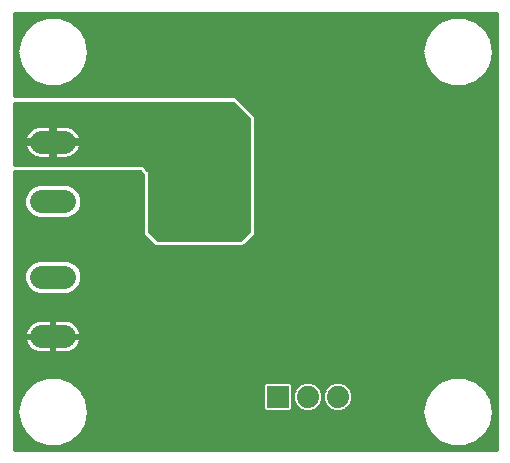
<source format=gbl>
G75*
%MOIN*%
%OFA0B0*%
%FSLAX25Y25*%
%IPPOS*%
%LPD*%
%AMOC8*
5,1,8,0,0,1.08239X$1,22.5*
%
%ADD10C,0.07800*%
%ADD11R,0.07400X0.07400*%
%ADD12C,0.07400*%
%ADD13C,0.01000*%
%ADD14C,0.03378*%
%ADD15C,0.01600*%
D10*
X0050033Y0057371D02*
X0057833Y0057371D01*
X0057833Y0077171D02*
X0050033Y0077171D01*
X0050033Y0102371D02*
X0057833Y0102371D01*
X0057833Y0122171D02*
X0050033Y0122171D01*
D11*
X0128933Y0037212D03*
D12*
X0138933Y0037212D03*
X0148933Y0037212D03*
D13*
X0040933Y0019271D02*
X0040933Y0112271D01*
X0082898Y0112271D01*
X0083933Y0111236D01*
X0083933Y0091774D01*
X0084314Y0090855D01*
X0085017Y0090152D01*
X0087517Y0087652D01*
X0088436Y0087271D01*
X0116930Y0087271D01*
X0117849Y0087652D01*
X0118552Y0088355D01*
X0121052Y0090855D01*
X0121433Y0091774D01*
X0121433Y0130269D01*
X0121052Y0131187D01*
X0115349Y0136891D01*
X0114430Y0137271D01*
X0041589Y0137271D01*
X0041250Y0137314D01*
X0041096Y0137271D01*
X0040936Y0137271D01*
X0040933Y0137270D01*
X0040933Y0165232D01*
X0201884Y0165232D01*
X0201884Y0019271D01*
X0040933Y0019271D01*
X0040933Y0020267D02*
X0201884Y0020267D01*
X0201884Y0021265D02*
X0192527Y0021265D01*
X0190973Y0020700D02*
X0194808Y0022096D01*
X0197934Y0024719D01*
X0199974Y0028253D01*
X0200683Y0032271D01*
X0199974Y0036290D01*
X0197934Y0039824D01*
X0194808Y0042447D01*
X0190973Y0043843D01*
X0186893Y0043843D01*
X0183058Y0042447D01*
X0179932Y0039824D01*
X0177892Y0036290D01*
X0177183Y0032271D01*
X0177892Y0028253D01*
X0177892Y0028253D01*
X0179932Y0024719D01*
X0179932Y0024719D01*
X0183058Y0022096D01*
X0186893Y0020700D01*
X0190973Y0020700D01*
X0194808Y0022096D02*
X0194808Y0022096D01*
X0195009Y0022264D02*
X0201884Y0022264D01*
X0201884Y0023262D02*
X0196199Y0023262D01*
X0197389Y0024261D02*
X0201884Y0024261D01*
X0201884Y0025259D02*
X0198246Y0025259D01*
X0197934Y0024719D02*
X0197934Y0024719D01*
X0198823Y0026258D02*
X0201884Y0026258D01*
X0201884Y0027256D02*
X0199399Y0027256D01*
X0199974Y0028253D02*
X0199974Y0028253D01*
X0199975Y0028255D02*
X0201884Y0028255D01*
X0201884Y0029253D02*
X0200151Y0029253D01*
X0200327Y0030252D02*
X0201884Y0030252D01*
X0201884Y0031251D02*
X0200503Y0031251D01*
X0200679Y0032249D02*
X0201884Y0032249D01*
X0201884Y0033248D02*
X0200511Y0033248D01*
X0200335Y0034246D02*
X0201884Y0034246D01*
X0201884Y0035245D02*
X0200159Y0035245D01*
X0199983Y0036243D02*
X0201884Y0036243D01*
X0201884Y0037242D02*
X0199425Y0037242D01*
X0199974Y0036290D02*
X0199974Y0036290D01*
X0198849Y0038240D02*
X0201884Y0038240D01*
X0201884Y0039239D02*
X0198272Y0039239D01*
X0197934Y0039824D02*
X0197934Y0039824D01*
X0197934Y0039824D01*
X0197442Y0040237D02*
X0201884Y0040237D01*
X0201884Y0041236D02*
X0196252Y0041236D01*
X0195062Y0042234D02*
X0201884Y0042234D01*
X0201884Y0043233D02*
X0192650Y0043233D01*
X0194808Y0042447D02*
X0194808Y0042447D01*
X0201884Y0044231D02*
X0040933Y0044231D01*
X0040933Y0043233D02*
X0050216Y0043233D01*
X0051893Y0043843D02*
X0048058Y0042447D01*
X0044932Y0039824D01*
X0042892Y0036290D01*
X0042183Y0032271D01*
X0042892Y0028253D01*
X0042892Y0028253D01*
X0044932Y0024719D01*
X0044932Y0024719D01*
X0048058Y0022096D01*
X0051893Y0020700D01*
X0055973Y0020700D01*
X0059808Y0022096D01*
X0062934Y0024719D01*
X0064974Y0028253D01*
X0065683Y0032271D01*
X0064974Y0036290D01*
X0062934Y0039824D01*
X0059808Y0042447D01*
X0055973Y0043843D01*
X0051893Y0043843D01*
X0048058Y0042447D02*
X0048058Y0042447D01*
X0047804Y0042234D02*
X0040933Y0042234D01*
X0040933Y0041236D02*
X0046614Y0041236D01*
X0045424Y0040237D02*
X0040933Y0040237D01*
X0040933Y0039239D02*
X0044594Y0039239D01*
X0044932Y0039824D02*
X0044932Y0039824D01*
X0044018Y0038240D02*
X0040933Y0038240D01*
X0040933Y0037242D02*
X0043441Y0037242D01*
X0042892Y0036290D02*
X0042892Y0036290D01*
X0042883Y0036243D02*
X0040933Y0036243D01*
X0040933Y0035245D02*
X0042707Y0035245D01*
X0042531Y0034246D02*
X0040933Y0034246D01*
X0040933Y0033248D02*
X0042355Y0033248D01*
X0042183Y0032271D02*
X0042183Y0032271D01*
X0042187Y0032249D02*
X0040933Y0032249D01*
X0040933Y0031251D02*
X0042363Y0031251D01*
X0042539Y0030252D02*
X0040933Y0030252D01*
X0040933Y0029253D02*
X0042715Y0029253D01*
X0042891Y0028255D02*
X0040933Y0028255D01*
X0040933Y0027256D02*
X0043467Y0027256D01*
X0044043Y0026258D02*
X0040933Y0026258D01*
X0040933Y0025259D02*
X0044620Y0025259D01*
X0044932Y0024719D02*
X0044932Y0024719D01*
X0045477Y0024261D02*
X0040933Y0024261D01*
X0040933Y0023262D02*
X0046667Y0023262D01*
X0047857Y0022264D02*
X0040933Y0022264D01*
X0040933Y0021265D02*
X0050339Y0021265D01*
X0048058Y0022096D02*
X0048058Y0022096D01*
X0057527Y0021265D02*
X0185339Y0021265D01*
X0183058Y0022096D02*
X0183058Y0022096D01*
X0182857Y0022264D02*
X0060009Y0022264D01*
X0061199Y0023262D02*
X0181667Y0023262D01*
X0180477Y0024261D02*
X0062389Y0024261D01*
X0062934Y0024719D02*
X0062934Y0024719D01*
X0063246Y0025259D02*
X0179620Y0025259D01*
X0179932Y0024719D02*
X0179932Y0024719D01*
X0179043Y0026258D02*
X0063823Y0026258D01*
X0064399Y0027256D02*
X0178467Y0027256D01*
X0177891Y0028255D02*
X0064975Y0028255D01*
X0064974Y0028253D02*
X0064974Y0028253D01*
X0065151Y0029253D02*
X0177715Y0029253D01*
X0177539Y0030252D02*
X0065327Y0030252D01*
X0065503Y0031251D02*
X0177363Y0031251D01*
X0177187Y0032249D02*
X0065679Y0032249D01*
X0065511Y0033248D02*
X0124133Y0033248D01*
X0124133Y0033057D02*
X0124777Y0032412D01*
X0133089Y0032412D01*
X0133733Y0033057D01*
X0133733Y0041368D01*
X0133089Y0042012D01*
X0124777Y0042012D01*
X0124133Y0041368D01*
X0124133Y0033057D01*
X0124133Y0034246D02*
X0065335Y0034246D01*
X0065159Y0035245D02*
X0124133Y0035245D01*
X0124133Y0036243D02*
X0064983Y0036243D01*
X0064974Y0036290D02*
X0064974Y0036290D01*
X0064425Y0037242D02*
X0124133Y0037242D01*
X0124133Y0038240D02*
X0063849Y0038240D01*
X0063272Y0039239D02*
X0124133Y0039239D01*
X0124133Y0040237D02*
X0062442Y0040237D01*
X0062934Y0039824D02*
X0062934Y0039824D01*
X0062934Y0039824D01*
X0061252Y0041236D02*
X0124133Y0041236D01*
X0133733Y0041236D02*
X0136168Y0041236D01*
X0136214Y0041282D02*
X0134864Y0039931D01*
X0134133Y0038167D01*
X0134133Y0036258D01*
X0134864Y0034493D01*
X0136214Y0033143D01*
X0137978Y0032412D01*
X0139888Y0032412D01*
X0141652Y0033143D01*
X0143002Y0034493D01*
X0143733Y0036258D01*
X0143733Y0038167D01*
X0143002Y0039931D01*
X0141652Y0041282D01*
X0139888Y0042012D01*
X0137978Y0042012D01*
X0136214Y0041282D01*
X0135170Y0040237D02*
X0133733Y0040237D01*
X0133733Y0039239D02*
X0134577Y0039239D01*
X0134163Y0038240D02*
X0133733Y0038240D01*
X0133733Y0037242D02*
X0134133Y0037242D01*
X0134139Y0036243D02*
X0133733Y0036243D01*
X0133733Y0035245D02*
X0134553Y0035245D01*
X0135111Y0034246D02*
X0133733Y0034246D01*
X0133733Y0033248D02*
X0136110Y0033248D01*
X0141757Y0033248D02*
X0146110Y0033248D01*
X0146214Y0033143D02*
X0147978Y0032412D01*
X0149888Y0032412D01*
X0151652Y0033143D01*
X0153002Y0034493D01*
X0153733Y0036258D01*
X0153733Y0038167D01*
X0153002Y0039931D01*
X0151652Y0041282D01*
X0149888Y0042012D01*
X0147978Y0042012D01*
X0146214Y0041282D01*
X0144864Y0039931D01*
X0144133Y0038167D01*
X0144133Y0036258D01*
X0144864Y0034493D01*
X0146214Y0033143D01*
X0145111Y0034246D02*
X0142755Y0034246D01*
X0143313Y0035245D02*
X0144553Y0035245D01*
X0144139Y0036243D02*
X0143727Y0036243D01*
X0143733Y0037242D02*
X0144133Y0037242D01*
X0144163Y0038240D02*
X0143703Y0038240D01*
X0143289Y0039239D02*
X0144577Y0039239D01*
X0145170Y0040237D02*
X0142696Y0040237D01*
X0141698Y0041236D02*
X0146168Y0041236D01*
X0151698Y0041236D02*
X0181614Y0041236D01*
X0182804Y0042234D02*
X0060062Y0042234D01*
X0059808Y0042447D02*
X0059808Y0042447D01*
X0057650Y0043233D02*
X0185216Y0043233D01*
X0183058Y0042447D02*
X0183058Y0042447D01*
X0180424Y0040237D02*
X0152696Y0040237D01*
X0153289Y0039239D02*
X0179594Y0039239D01*
X0179932Y0039824D02*
X0179932Y0039824D01*
X0179018Y0038240D02*
X0153703Y0038240D01*
X0153733Y0037242D02*
X0178441Y0037242D01*
X0177892Y0036290D02*
X0177892Y0036290D01*
X0177883Y0036243D02*
X0153727Y0036243D01*
X0153313Y0035245D02*
X0177707Y0035245D01*
X0177531Y0034246D02*
X0152755Y0034246D01*
X0151757Y0033248D02*
X0177355Y0033248D01*
X0177183Y0032271D02*
X0177183Y0032271D01*
X0201884Y0045230D02*
X0040933Y0045230D01*
X0040933Y0046228D02*
X0201884Y0046228D01*
X0201884Y0047227D02*
X0040933Y0047227D01*
X0040933Y0048225D02*
X0201884Y0048225D01*
X0201884Y0049224D02*
X0040933Y0049224D01*
X0040933Y0050222D02*
X0201884Y0050222D01*
X0201884Y0051221D02*
X0040933Y0051221D01*
X0040933Y0052219D02*
X0048415Y0052219D01*
X0048769Y0052104D02*
X0047960Y0052367D01*
X0047203Y0052753D01*
X0046515Y0053252D01*
X0045914Y0053853D01*
X0045415Y0054541D01*
X0045029Y0055298D01*
X0044766Y0056107D01*
X0044645Y0056871D01*
X0053433Y0056871D01*
X0054433Y0056871D01*
X0054433Y0051971D01*
X0058258Y0051971D01*
X0059098Y0052104D01*
X0059906Y0052367D01*
X0060663Y0052753D01*
X0061351Y0053252D01*
X0061952Y0053853D01*
X0062452Y0054541D01*
X0062837Y0055298D01*
X0063100Y0056107D01*
X0063221Y0056871D01*
X0054433Y0056871D01*
X0054433Y0057871D01*
X0063221Y0057871D01*
X0063100Y0058636D01*
X0062837Y0059444D01*
X0062452Y0060202D01*
X0061952Y0060889D01*
X0061351Y0061490D01*
X0060663Y0061990D01*
X0059906Y0062376D01*
X0059098Y0062638D01*
X0058258Y0062771D01*
X0054433Y0062771D01*
X0054433Y0057871D01*
X0053433Y0057871D01*
X0053433Y0056871D01*
X0053433Y0051971D01*
X0049608Y0051971D01*
X0048769Y0052104D01*
X0046563Y0053218D02*
X0040933Y0053218D01*
X0040933Y0054216D02*
X0045651Y0054216D01*
X0045071Y0055215D02*
X0040933Y0055215D01*
X0040933Y0056213D02*
X0044749Y0056213D01*
X0044645Y0057871D02*
X0053433Y0057871D01*
X0053433Y0062771D01*
X0049608Y0062771D01*
X0048769Y0062638D01*
X0047960Y0062376D01*
X0047203Y0061990D01*
X0046515Y0061490D01*
X0045914Y0060889D01*
X0045415Y0060202D01*
X0045029Y0059444D01*
X0044766Y0058636D01*
X0044645Y0057871D01*
X0044699Y0058210D02*
X0040933Y0058210D01*
X0040933Y0057212D02*
X0053433Y0057212D01*
X0053433Y0058210D02*
X0054433Y0058210D01*
X0054433Y0057212D02*
X0201884Y0057212D01*
X0201884Y0058210D02*
X0063167Y0058210D01*
X0062914Y0059209D02*
X0201884Y0059209D01*
X0201884Y0060207D02*
X0062447Y0060207D01*
X0061635Y0061206D02*
X0201884Y0061206D01*
X0201884Y0062204D02*
X0060242Y0062204D01*
X0054433Y0062204D02*
X0053433Y0062204D01*
X0053433Y0061206D02*
X0054433Y0061206D01*
X0054433Y0060207D02*
X0053433Y0060207D01*
X0053433Y0059209D02*
X0054433Y0059209D01*
X0054433Y0056213D02*
X0053433Y0056213D01*
X0053433Y0055215D02*
X0054433Y0055215D01*
X0054433Y0054216D02*
X0053433Y0054216D01*
X0053433Y0053218D02*
X0054433Y0053218D01*
X0054433Y0052219D02*
X0053433Y0052219D01*
X0059451Y0052219D02*
X0201884Y0052219D01*
X0201884Y0053218D02*
X0061303Y0053218D01*
X0062216Y0054216D02*
X0201884Y0054216D01*
X0201884Y0055215D02*
X0062795Y0055215D01*
X0063117Y0056213D02*
X0201884Y0056213D01*
X0201884Y0063203D02*
X0040933Y0063203D01*
X0040933Y0064201D02*
X0201884Y0064201D01*
X0201884Y0065200D02*
X0040933Y0065200D01*
X0040933Y0066198D02*
X0201884Y0066198D01*
X0201884Y0067197D02*
X0040933Y0067197D01*
X0040933Y0068195D02*
X0201884Y0068195D01*
X0201884Y0069194D02*
X0040933Y0069194D01*
X0040933Y0070192D02*
X0201884Y0070192D01*
X0201884Y0071191D02*
X0040933Y0071191D01*
X0040933Y0072189D02*
X0047427Y0072189D01*
X0046861Y0072424D02*
X0048919Y0071571D01*
X0058947Y0071571D01*
X0061005Y0072424D01*
X0062581Y0073999D01*
X0063433Y0076057D01*
X0063433Y0078285D01*
X0062581Y0080343D01*
X0061005Y0081919D01*
X0058947Y0082771D01*
X0048919Y0082771D01*
X0046861Y0081919D01*
X0045286Y0080343D01*
X0044433Y0078285D01*
X0044433Y0076057D01*
X0045286Y0073999D01*
X0046861Y0072424D01*
X0046097Y0073188D02*
X0040933Y0073188D01*
X0040933Y0074187D02*
X0045208Y0074187D01*
X0044794Y0075185D02*
X0040933Y0075185D01*
X0040933Y0076184D02*
X0044433Y0076184D01*
X0044433Y0077182D02*
X0040933Y0077182D01*
X0040933Y0078181D02*
X0044433Y0078181D01*
X0044803Y0079179D02*
X0040933Y0079179D01*
X0040933Y0080178D02*
X0045217Y0080178D01*
X0046118Y0081176D02*
X0040933Y0081176D01*
X0040933Y0082175D02*
X0047478Y0082175D01*
X0040933Y0083173D02*
X0201884Y0083173D01*
X0201884Y0082175D02*
X0060388Y0082175D01*
X0061748Y0081176D02*
X0201884Y0081176D01*
X0201884Y0080178D02*
X0062649Y0080178D01*
X0063063Y0079179D02*
X0201884Y0079179D01*
X0201884Y0078181D02*
X0063433Y0078181D01*
X0063433Y0077182D02*
X0201884Y0077182D01*
X0201884Y0076184D02*
X0063433Y0076184D01*
X0063072Y0075185D02*
X0201884Y0075185D01*
X0201884Y0074187D02*
X0062658Y0074187D01*
X0061769Y0073188D02*
X0201884Y0073188D01*
X0201884Y0072189D02*
X0060439Y0072189D01*
X0047624Y0062204D02*
X0040933Y0062204D01*
X0040933Y0061206D02*
X0046231Y0061206D01*
X0045419Y0060207D02*
X0040933Y0060207D01*
X0040933Y0059209D02*
X0044952Y0059209D01*
X0040933Y0084172D02*
X0201884Y0084172D01*
X0201884Y0085170D02*
X0040933Y0085170D01*
X0040933Y0086169D02*
X0201884Y0086169D01*
X0201884Y0087167D02*
X0040933Y0087167D01*
X0040933Y0088166D02*
X0087003Y0088166D01*
X0086005Y0089164D02*
X0040933Y0089164D01*
X0040933Y0090163D02*
X0085006Y0090163D01*
X0084187Y0091161D02*
X0040933Y0091161D01*
X0040933Y0092160D02*
X0083933Y0092160D01*
X0083933Y0093158D02*
X0040933Y0093158D01*
X0040933Y0094157D02*
X0083933Y0094157D01*
X0083933Y0095155D02*
X0040933Y0095155D01*
X0040933Y0096154D02*
X0083933Y0096154D01*
X0083933Y0097152D02*
X0059867Y0097152D01*
X0058947Y0096771D02*
X0061005Y0097624D01*
X0062581Y0099199D01*
X0063433Y0101257D01*
X0063433Y0103485D01*
X0062581Y0105543D01*
X0061005Y0107119D01*
X0058947Y0107971D01*
X0048919Y0107971D01*
X0046861Y0107119D01*
X0045286Y0105543D01*
X0044433Y0103485D01*
X0044433Y0101257D01*
X0045286Y0099199D01*
X0046861Y0097624D01*
X0048919Y0096771D01*
X0058947Y0096771D01*
X0061532Y0098151D02*
X0083933Y0098151D01*
X0083933Y0099149D02*
X0062531Y0099149D01*
X0062973Y0100148D02*
X0083933Y0100148D01*
X0083933Y0101146D02*
X0063387Y0101146D01*
X0063433Y0102145D02*
X0083933Y0102145D01*
X0083933Y0103143D02*
X0063433Y0103143D01*
X0063161Y0104142D02*
X0083933Y0104142D01*
X0083933Y0105140D02*
X0062748Y0105140D01*
X0061985Y0106139D02*
X0083933Y0106139D01*
X0083933Y0107137D02*
X0060960Y0107137D01*
X0046906Y0107137D02*
X0040933Y0107137D01*
X0040933Y0106139D02*
X0045881Y0106139D01*
X0045119Y0105140D02*
X0040933Y0105140D01*
X0040933Y0104142D02*
X0044705Y0104142D01*
X0044433Y0103143D02*
X0040933Y0103143D01*
X0040933Y0102145D02*
X0044433Y0102145D01*
X0044479Y0101146D02*
X0040933Y0101146D01*
X0040933Y0100148D02*
X0044893Y0100148D01*
X0045336Y0099149D02*
X0040933Y0099149D01*
X0040933Y0098151D02*
X0046334Y0098151D01*
X0048000Y0097152D02*
X0040933Y0097152D01*
X0040933Y0108136D02*
X0083933Y0108136D01*
X0083933Y0109134D02*
X0040933Y0109134D01*
X0040933Y0110133D02*
X0083933Y0110133D01*
X0083933Y0111131D02*
X0040933Y0111131D01*
X0040933Y0112130D02*
X0083039Y0112130D01*
X0059808Y0142096D02*
X0055973Y0140700D01*
X0051893Y0140700D01*
X0048058Y0142096D01*
X0048058Y0142096D01*
X0044932Y0144719D01*
X0044932Y0144719D01*
X0042892Y0148253D01*
X0042892Y0148253D01*
X0042183Y0152271D01*
X0042183Y0152271D01*
X0042892Y0156290D01*
X0042892Y0156290D01*
X0044932Y0159824D01*
X0044932Y0159824D01*
X0048058Y0162447D01*
X0048058Y0162447D01*
X0051893Y0163843D01*
X0055973Y0163843D01*
X0059808Y0162447D01*
X0059808Y0162447D01*
X0062934Y0159824D01*
X0062934Y0159824D01*
X0062934Y0159824D01*
X0064974Y0156290D01*
X0064974Y0156290D01*
X0065683Y0152271D01*
X0065683Y0152271D01*
X0064974Y0148253D01*
X0064974Y0148253D01*
X0062934Y0144719D01*
X0062934Y0144719D01*
X0059808Y0142096D01*
X0059808Y0142096D01*
X0059780Y0142085D02*
X0183086Y0142085D01*
X0183058Y0142096D02*
X0186893Y0140700D01*
X0190973Y0140700D01*
X0194808Y0142096D01*
X0197934Y0144719D01*
X0199974Y0148253D01*
X0200683Y0152271D01*
X0199974Y0156290D01*
X0197934Y0159824D01*
X0194808Y0162447D01*
X0190973Y0163843D01*
X0186893Y0163843D01*
X0183058Y0162447D01*
X0179932Y0159824D01*
X0177892Y0156290D01*
X0177183Y0152271D01*
X0177892Y0148253D01*
X0177892Y0148253D01*
X0179932Y0144719D01*
X0179932Y0144719D01*
X0183058Y0142096D01*
X0183058Y0142096D01*
X0181880Y0143084D02*
X0060986Y0143084D01*
X0062176Y0144082D02*
X0180690Y0144082D01*
X0179932Y0144719D02*
X0179932Y0144719D01*
X0179723Y0145081D02*
X0063143Y0145081D01*
X0063720Y0146079D02*
X0179146Y0146079D01*
X0178570Y0147078D02*
X0064296Y0147078D01*
X0064873Y0148076D02*
X0177993Y0148076D01*
X0177747Y0149075D02*
X0065119Y0149075D01*
X0065295Y0150073D02*
X0177571Y0150073D01*
X0177395Y0151072D02*
X0065472Y0151072D01*
X0065648Y0152070D02*
X0177219Y0152070D01*
X0177183Y0152271D02*
X0177183Y0152271D01*
X0177324Y0153069D02*
X0065542Y0153069D01*
X0065366Y0154067D02*
X0177500Y0154067D01*
X0177676Y0155066D02*
X0065190Y0155066D01*
X0065014Y0156064D02*
X0177852Y0156064D01*
X0177892Y0156290D02*
X0177892Y0156290D01*
X0178338Y0157063D02*
X0064528Y0157063D01*
X0063952Y0158061D02*
X0178914Y0158061D01*
X0179491Y0159060D02*
X0063375Y0159060D01*
X0062655Y0160058D02*
X0180211Y0160058D01*
X0179932Y0159824D02*
X0179932Y0159824D01*
X0181401Y0161057D02*
X0061465Y0161057D01*
X0060275Y0162055D02*
X0182591Y0162055D01*
X0183058Y0162447D02*
X0183058Y0162447D01*
X0184725Y0163054D02*
X0058141Y0163054D01*
X0049725Y0163054D02*
X0040933Y0163054D01*
X0040933Y0162055D02*
X0047591Y0162055D01*
X0046401Y0161057D02*
X0040933Y0161057D01*
X0040933Y0160058D02*
X0045211Y0160058D01*
X0044491Y0159060D02*
X0040933Y0159060D01*
X0040933Y0158061D02*
X0043914Y0158061D01*
X0043338Y0157063D02*
X0040933Y0157063D01*
X0040933Y0156064D02*
X0042852Y0156064D01*
X0042676Y0155066D02*
X0040933Y0155066D01*
X0040933Y0154067D02*
X0042500Y0154067D01*
X0042324Y0153069D02*
X0040933Y0153069D01*
X0040933Y0152070D02*
X0042219Y0152070D01*
X0042395Y0151072D02*
X0040933Y0151072D01*
X0040933Y0150073D02*
X0042571Y0150073D01*
X0042747Y0149075D02*
X0040933Y0149075D01*
X0040933Y0148076D02*
X0042993Y0148076D01*
X0043570Y0147078D02*
X0040933Y0147078D01*
X0040933Y0146079D02*
X0044146Y0146079D01*
X0044723Y0145081D02*
X0040933Y0145081D01*
X0040933Y0144082D02*
X0045690Y0144082D01*
X0044932Y0144719D02*
X0044932Y0144719D01*
X0046880Y0143084D02*
X0040933Y0143084D01*
X0040933Y0142085D02*
X0048086Y0142085D01*
X0050830Y0141087D02*
X0040933Y0141087D01*
X0040933Y0140088D02*
X0201884Y0140088D01*
X0201884Y0139090D02*
X0040933Y0139090D01*
X0040933Y0138091D02*
X0201884Y0138091D01*
X0201884Y0137093D02*
X0114862Y0137093D01*
X0116146Y0136094D02*
X0201884Y0136094D01*
X0201884Y0135096D02*
X0117144Y0135096D01*
X0118143Y0134097D02*
X0201884Y0134097D01*
X0201884Y0133099D02*
X0119141Y0133099D01*
X0120140Y0132100D02*
X0201884Y0132100D01*
X0201884Y0131102D02*
X0121088Y0131102D01*
X0121433Y0130103D02*
X0201884Y0130103D01*
X0201884Y0129105D02*
X0121433Y0129105D01*
X0121433Y0128106D02*
X0201884Y0128106D01*
X0201884Y0127108D02*
X0121433Y0127108D01*
X0121433Y0126109D02*
X0201884Y0126109D01*
X0201884Y0125111D02*
X0121433Y0125111D01*
X0121433Y0124112D02*
X0201884Y0124112D01*
X0201884Y0123114D02*
X0121433Y0123114D01*
X0121433Y0122115D02*
X0201884Y0122115D01*
X0201884Y0121117D02*
X0121433Y0121117D01*
X0121433Y0120118D02*
X0201884Y0120118D01*
X0201884Y0119120D02*
X0121433Y0119120D01*
X0121433Y0118121D02*
X0201884Y0118121D01*
X0201884Y0117122D02*
X0121433Y0117122D01*
X0121433Y0116124D02*
X0201884Y0116124D01*
X0201884Y0115125D02*
X0121433Y0115125D01*
X0121433Y0114127D02*
X0201884Y0114127D01*
X0201884Y0113128D02*
X0121433Y0113128D01*
X0121433Y0112130D02*
X0201884Y0112130D01*
X0201884Y0111131D02*
X0121433Y0111131D01*
X0121433Y0110133D02*
X0201884Y0110133D01*
X0201884Y0109134D02*
X0121433Y0109134D01*
X0121433Y0108136D02*
X0201884Y0108136D01*
X0201884Y0107137D02*
X0121433Y0107137D01*
X0121433Y0106139D02*
X0201884Y0106139D01*
X0201884Y0105140D02*
X0121433Y0105140D01*
X0121433Y0104142D02*
X0201884Y0104142D01*
X0201884Y0103143D02*
X0121433Y0103143D01*
X0121433Y0102145D02*
X0201884Y0102145D01*
X0201884Y0101146D02*
X0121433Y0101146D01*
X0121433Y0100148D02*
X0201884Y0100148D01*
X0201884Y0099149D02*
X0121433Y0099149D01*
X0121433Y0098151D02*
X0201884Y0098151D01*
X0201884Y0097152D02*
X0121433Y0097152D01*
X0121433Y0096154D02*
X0201884Y0096154D01*
X0201884Y0095155D02*
X0121433Y0095155D01*
X0121433Y0094157D02*
X0201884Y0094157D01*
X0201884Y0093158D02*
X0121433Y0093158D01*
X0121433Y0092160D02*
X0201884Y0092160D01*
X0201884Y0091161D02*
X0121179Y0091161D01*
X0120360Y0090163D02*
X0201884Y0090163D01*
X0201884Y0089164D02*
X0119361Y0089164D01*
X0118552Y0088355D02*
X0118552Y0088355D01*
X0118363Y0088166D02*
X0201884Y0088166D01*
X0201884Y0141087D02*
X0192036Y0141087D01*
X0194780Y0142085D02*
X0201884Y0142085D01*
X0201884Y0143084D02*
X0195986Y0143084D01*
X0194808Y0142096D02*
X0194808Y0142096D01*
X0197176Y0144082D02*
X0201884Y0144082D01*
X0201884Y0145081D02*
X0198143Y0145081D01*
X0197934Y0144719D02*
X0197934Y0144719D01*
X0198720Y0146079D02*
X0201884Y0146079D01*
X0201884Y0147078D02*
X0199296Y0147078D01*
X0199873Y0148076D02*
X0201884Y0148076D01*
X0201884Y0149075D02*
X0200119Y0149075D01*
X0199974Y0148253D02*
X0199974Y0148253D01*
X0200295Y0150073D02*
X0201884Y0150073D01*
X0201884Y0151072D02*
X0200472Y0151072D01*
X0200648Y0152070D02*
X0201884Y0152070D01*
X0201884Y0153069D02*
X0200542Y0153069D01*
X0200366Y0154067D02*
X0201884Y0154067D01*
X0201884Y0155066D02*
X0200190Y0155066D01*
X0200014Y0156064D02*
X0201884Y0156064D01*
X0201884Y0157063D02*
X0199528Y0157063D01*
X0199974Y0156290D02*
X0199974Y0156290D01*
X0198952Y0158061D02*
X0201884Y0158061D01*
X0201884Y0159060D02*
X0198375Y0159060D01*
X0197934Y0159824D02*
X0197934Y0159824D01*
X0197934Y0159824D01*
X0197655Y0160058D02*
X0201884Y0160058D01*
X0201884Y0161057D02*
X0196465Y0161057D01*
X0195275Y0162055D02*
X0201884Y0162055D01*
X0201884Y0163054D02*
X0193141Y0163054D01*
X0194808Y0162447D02*
X0194808Y0162447D01*
X0201884Y0164053D02*
X0040933Y0164053D01*
X0040933Y0165051D02*
X0201884Y0165051D01*
X0185830Y0141087D02*
X0057036Y0141087D01*
D14*
X0071433Y0127271D03*
X0071433Y0119771D03*
X0085183Y0119771D03*
X0085183Y0127271D03*
X0083933Y0142271D03*
X0083933Y0147271D03*
X0083933Y0152271D03*
X0083933Y0157271D03*
X0088933Y0157271D03*
X0093933Y0157271D03*
X0098933Y0157271D03*
X0098933Y0152271D03*
X0098933Y0147271D03*
X0098933Y0142271D03*
X0115183Y0127271D03*
X0115183Y0119771D03*
X0115183Y0112271D03*
X0111433Y0104771D03*
X0106433Y0104771D03*
X0101433Y0104771D03*
X0096433Y0104771D03*
X0091433Y0104771D03*
X0093933Y0097271D03*
X0101433Y0097271D03*
X0108933Y0097271D03*
X0123933Y0102271D03*
X0123933Y0112271D03*
X0141433Y0112271D03*
X0141433Y0102271D03*
X0161433Y0103521D03*
X0161433Y0109771D03*
X0178933Y0096021D03*
X0178933Y0083521D03*
X0178933Y0073521D03*
X0167683Y0076021D03*
X0167683Y0083521D03*
X0155183Y0083521D03*
X0155433Y0076021D03*
X0158933Y0062271D03*
X0168933Y0062271D03*
X0178933Y0057271D03*
X0178933Y0047271D03*
X0193933Y0047271D03*
X0193933Y0057271D03*
X0193933Y0067271D03*
X0193933Y0077271D03*
X0193933Y0087271D03*
X0193933Y0097271D03*
X0193933Y0107271D03*
X0193933Y0117271D03*
X0193933Y0127271D03*
X0193933Y0137271D03*
X0181433Y0132271D03*
X0181433Y0128521D03*
X0177683Y0137271D03*
X0163933Y0132271D03*
X0163933Y0127271D03*
X0158933Y0137271D03*
X0146433Y0132271D03*
X0146433Y0128521D03*
X0143933Y0137271D03*
X0143933Y0152271D03*
X0133933Y0152271D03*
X0118933Y0152271D03*
X0123933Y0137271D03*
X0158933Y0152271D03*
X0073933Y0152271D03*
X0119183Y0073771D03*
X0118933Y0069521D03*
X0111433Y0062271D03*
X0103933Y0062271D03*
X0103933Y0054771D03*
X0096433Y0047271D03*
X0088933Y0047271D03*
X0088933Y0054771D03*
X0088933Y0062271D03*
X0068933Y0052271D03*
X0068933Y0037271D03*
X0083933Y0037271D03*
X0096433Y0037271D03*
X0097683Y0022271D03*
X0088933Y0022271D03*
X0073933Y0022271D03*
X0113933Y0021021D03*
X0122683Y0032271D03*
X0135183Y0032271D03*
X0143933Y0032271D03*
X0152683Y0032271D03*
X0158933Y0032271D03*
X0163933Y0021021D03*
X0161433Y0047271D03*
X0152683Y0047271D03*
X0143933Y0047271D03*
X0135183Y0047271D03*
X0123933Y0047271D03*
X0132933Y0059521D03*
X0137933Y0059521D03*
X0132183Y0064521D03*
X0131683Y0069271D03*
X0131433Y0074021D03*
D15*
X0116433Y0089771D02*
X0088933Y0089771D01*
X0086433Y0092271D01*
X0086433Y0112271D01*
X0083933Y0114771D01*
X0041233Y0114771D01*
X0041233Y0133171D01*
X0041433Y0134771D01*
X0113933Y0134771D01*
X0118933Y0129771D01*
X0118933Y0092271D01*
X0116433Y0089771D01*
X0117465Y0090803D02*
X0087902Y0090803D01*
X0086433Y0092401D02*
X0118933Y0092401D01*
X0118933Y0094000D02*
X0086433Y0094000D01*
X0086433Y0095598D02*
X0118933Y0095598D01*
X0118933Y0097197D02*
X0086433Y0097197D01*
X0086433Y0098795D02*
X0118933Y0098795D01*
X0118933Y0100394D02*
X0086433Y0100394D01*
X0086433Y0101992D02*
X0118933Y0101992D01*
X0118933Y0103591D02*
X0086433Y0103591D01*
X0086433Y0105189D02*
X0118933Y0105189D01*
X0118933Y0106788D02*
X0086433Y0106788D01*
X0086433Y0108387D02*
X0118933Y0108387D01*
X0118933Y0109985D02*
X0086433Y0109985D01*
X0086433Y0111584D02*
X0118933Y0111584D01*
X0118933Y0113182D02*
X0085522Y0113182D01*
X0063393Y0120837D02*
X0063115Y0119983D01*
X0062708Y0119184D01*
X0062181Y0118458D01*
X0061546Y0117824D01*
X0060821Y0117296D01*
X0060021Y0116889D01*
X0059168Y0116612D01*
X0058282Y0116471D01*
X0054433Y0116471D01*
X0054433Y0121671D01*
X0053433Y0121671D01*
X0053433Y0116471D01*
X0049584Y0116471D01*
X0048698Y0116612D01*
X0047845Y0116889D01*
X0047046Y0117296D01*
X0046320Y0117824D01*
X0045685Y0118458D01*
X0045158Y0119184D01*
X0044751Y0119983D01*
X0044473Y0120837D01*
X0044341Y0121671D01*
X0053433Y0121671D01*
X0053433Y0122671D01*
X0044341Y0122671D01*
X0044473Y0123506D01*
X0044751Y0124359D01*
X0045158Y0125159D01*
X0045685Y0125885D01*
X0046320Y0126519D01*
X0047046Y0127046D01*
X0047845Y0127454D01*
X0048698Y0127731D01*
X0049584Y0127871D01*
X0053433Y0127871D01*
X0053433Y0122671D01*
X0054433Y0122671D01*
X0063525Y0122671D01*
X0063393Y0123506D01*
X0063115Y0124359D01*
X0062708Y0125159D01*
X0062181Y0125885D01*
X0061546Y0126519D01*
X0060821Y0127046D01*
X0060021Y0127454D01*
X0059168Y0127731D01*
X0058282Y0127871D01*
X0054433Y0127871D01*
X0054433Y0122671D01*
X0054433Y0121671D01*
X0063525Y0121671D01*
X0063393Y0120837D01*
X0063446Y0121175D02*
X0118933Y0121175D01*
X0118933Y0122773D02*
X0063509Y0122773D01*
X0063109Y0124372D02*
X0118933Y0124372D01*
X0118933Y0125970D02*
X0062095Y0125970D01*
X0059667Y0127569D02*
X0118933Y0127569D01*
X0118933Y0129167D02*
X0041233Y0129167D01*
X0041233Y0127569D02*
X0048199Y0127569D01*
X0045771Y0125970D02*
X0041233Y0125970D01*
X0041233Y0124372D02*
X0044757Y0124372D01*
X0044357Y0122773D02*
X0041233Y0122773D01*
X0041233Y0121175D02*
X0044420Y0121175D01*
X0044958Y0119576D02*
X0041233Y0119576D01*
X0041233Y0117978D02*
X0046166Y0117978D01*
X0041233Y0116379D02*
X0118933Y0116379D01*
X0118933Y0114781D02*
X0041233Y0114781D01*
X0053433Y0117978D02*
X0054433Y0117978D01*
X0054433Y0119576D02*
X0053433Y0119576D01*
X0053433Y0121175D02*
X0054433Y0121175D01*
X0054433Y0122773D02*
X0053433Y0122773D01*
X0053433Y0124372D02*
X0054433Y0124372D01*
X0054433Y0125970D02*
X0053433Y0125970D01*
X0053433Y0127569D02*
X0054433Y0127569D01*
X0062908Y0119576D02*
X0118933Y0119576D01*
X0118933Y0117978D02*
X0061700Y0117978D01*
X0041233Y0130766D02*
X0117939Y0130766D01*
X0116340Y0132364D02*
X0041233Y0132364D01*
X0041332Y0133963D02*
X0114742Y0133963D01*
M02*

</source>
